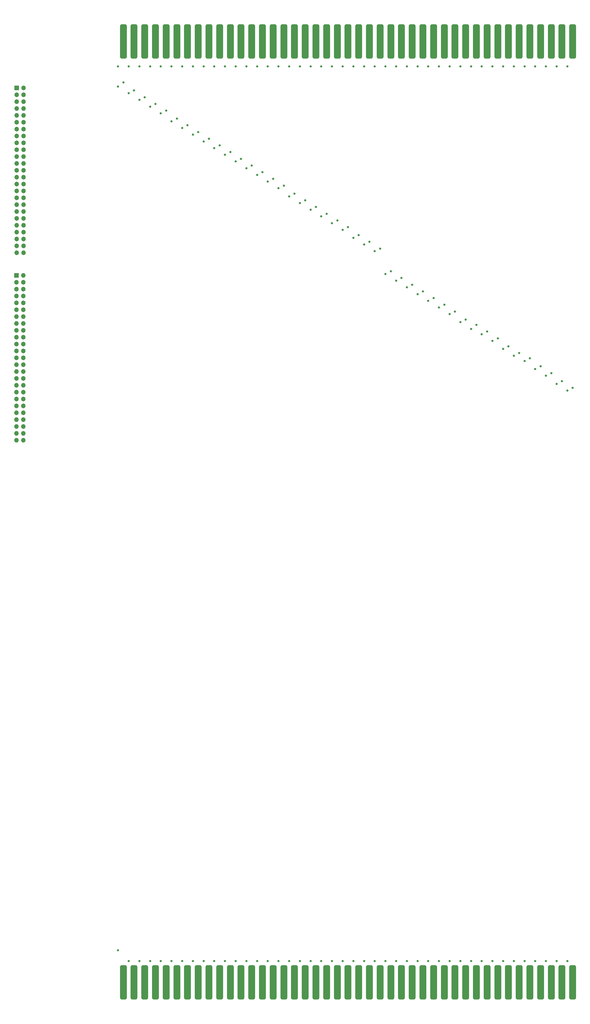
<source format=gbr>
%TF.GenerationSoftware,KiCad,Pcbnew,7.0.1*%
%TF.CreationDate,2024-03-03T21:16:02-05:00*%
%TF.ProjectId,SEM card breakout,53454d20-6361-4726-9420-627265616b6f,rev?*%
%TF.SameCoordinates,Original*%
%TF.FileFunction,Soldermask,Bot*%
%TF.FilePolarity,Negative*%
%FSLAX46Y46*%
G04 Gerber Fmt 4.6, Leading zero omitted, Abs format (unit mm)*
G04 Created by KiCad (PCBNEW 7.0.1) date 2024-03-03 21:16:02*
%MOMM*%
%LPD*%
G01*
G04 APERTURE LIST*
G04 Aperture macros list*
%AMRoundRect*
0 Rectangle with rounded corners*
0 $1 Rounding radius*
0 $2 $3 $4 $5 $6 $7 $8 $9 X,Y pos of 4 corners*
0 Add a 4 corners polygon primitive as box body*
4,1,4,$2,$3,$4,$5,$6,$7,$8,$9,$2,$3,0*
0 Add four circle primitives for the rounded corners*
1,1,$1+$1,$2,$3*
1,1,$1+$1,$4,$5*
1,1,$1+$1,$6,$7*
1,1,$1+$1,$8,$9*
0 Add four rect primitives between the rounded corners*
20,1,$1+$1,$2,$3,$4,$5,0*
20,1,$1+$1,$4,$5,$6,$7,0*
20,1,$1+$1,$6,$7,$8,$9,0*
20,1,$1+$1,$8,$9,$2,$3,0*%
G04 Aperture macros list end*
%ADD10RoundRect,0.635000X-0.635000X-5.715000X0.635000X-5.715000X0.635000X5.715000X-0.635000X5.715000X0*%
%ADD11R,1.700000X1.700000*%
%ADD12O,1.700000X1.700000*%
%ADD13C,0.800000*%
G04 APERTURE END LIST*
D10*
%TO.C,J1*%
X73879600Y-344728800D03*
X77842000Y-344728800D03*
X81804400Y-344728800D03*
X85766800Y-344728800D03*
X89729200Y-344728800D03*
X93691600Y-344728800D03*
X97654000Y-344728800D03*
X101616400Y-344728800D03*
X105578800Y-344728800D03*
X109541200Y-344728800D03*
X113503600Y-344728800D03*
X117466000Y-344728800D03*
X121428400Y-344728800D03*
X125390800Y-344728800D03*
X129353200Y-344728800D03*
X133315600Y-344728800D03*
X137278000Y-344728800D03*
X141240400Y-344728800D03*
X145202800Y-344728800D03*
X149165200Y-344728800D03*
X153127600Y-344728800D03*
X157090000Y-344728800D03*
X161052400Y-344728800D03*
X165014800Y-344728800D03*
X168977200Y-344728800D03*
X172939600Y-344728800D03*
X176902000Y-344728800D03*
X180864400Y-344728800D03*
X184826800Y-344728800D03*
X188789200Y-344728800D03*
X192751600Y-344728800D03*
X196714000Y-344728800D03*
X200676400Y-344728800D03*
X204638800Y-344728800D03*
X208601200Y-344728800D03*
X212563600Y-344728800D03*
X216526000Y-344728800D03*
X220488400Y-344728800D03*
X224450800Y-344728800D03*
X228413200Y-344728800D03*
X232375600Y-344728800D03*
X236338000Y-344728800D03*
X240300400Y-344728800D03*
%TD*%
D11*
%TO.C,J4*%
X34255600Y-83210400D03*
D12*
X36795600Y-83210400D03*
X34255600Y-85750400D03*
X36795600Y-85750400D03*
X34255600Y-88290400D03*
X36795600Y-88290400D03*
X34255600Y-90830400D03*
X36795600Y-90830400D03*
X34255600Y-93370400D03*
X36795600Y-93370400D03*
X34255600Y-95910400D03*
X36795600Y-95910400D03*
X34255600Y-98450400D03*
X36795600Y-98450400D03*
X34255600Y-100990400D03*
X36795600Y-100990400D03*
X34255600Y-103530400D03*
X36795600Y-103530400D03*
X34255600Y-106070400D03*
X36795600Y-106070400D03*
X34255600Y-108610400D03*
X36795600Y-108610400D03*
X34255600Y-111150400D03*
X36795600Y-111150400D03*
X34255600Y-113690400D03*
X36795600Y-113690400D03*
X34255600Y-116230400D03*
X36795600Y-116230400D03*
X34255600Y-118770400D03*
X36795600Y-118770400D03*
X34255600Y-121310400D03*
X36795600Y-121310400D03*
X34255600Y-123850400D03*
X36795600Y-123850400D03*
X34255600Y-126390400D03*
X36795600Y-126390400D03*
X34255600Y-128930400D03*
X36795600Y-128930400D03*
X34255600Y-131470400D03*
X36795600Y-131470400D03*
X34255600Y-134010400D03*
X36795600Y-134010400D03*
X34255600Y-136550400D03*
X36795600Y-136550400D03*
X34255600Y-139090400D03*
X36795600Y-139090400D03*
X34255600Y-141630400D03*
X36795600Y-141630400D03*
X34255600Y-144170400D03*
X36795600Y-144170400D03*
%TD*%
D11*
%TO.C,J3*%
X34421600Y-13868400D03*
D12*
X36961600Y-13868400D03*
X34421600Y-16408400D03*
X36961600Y-16408400D03*
X34421600Y-18948400D03*
X36961600Y-18948400D03*
X34421600Y-21488400D03*
X36961600Y-21488400D03*
X34421600Y-24028400D03*
X36961600Y-24028400D03*
X34421600Y-26568400D03*
X36961600Y-26568400D03*
X34421600Y-29108400D03*
X36961600Y-29108400D03*
X34421600Y-31648400D03*
X36961600Y-31648400D03*
X34421600Y-34188400D03*
X36961600Y-34188400D03*
X34421600Y-36728400D03*
X36961600Y-36728400D03*
X34421600Y-39268400D03*
X36961600Y-39268400D03*
X34421600Y-41808400D03*
X36961600Y-41808400D03*
X34421600Y-44348400D03*
X36961600Y-44348400D03*
X34421600Y-46888400D03*
X36961600Y-46888400D03*
X34421600Y-49428400D03*
X36961600Y-49428400D03*
X34421600Y-51968400D03*
X36961600Y-51968400D03*
X34421600Y-54508400D03*
X36961600Y-54508400D03*
X34421600Y-57048400D03*
X36961600Y-57048400D03*
X34421600Y-59588400D03*
X36961600Y-59588400D03*
X34421600Y-62128400D03*
X36961600Y-62128400D03*
X34421600Y-64668400D03*
X36961600Y-64668400D03*
X34421600Y-67208400D03*
X36961600Y-67208400D03*
X34421600Y-69748400D03*
X36961600Y-69748400D03*
X34421600Y-72288400D03*
X36961600Y-72288400D03*
X34421600Y-74828400D03*
X36961600Y-74828400D03*
%TD*%
D10*
%TO.C,J2*%
X73879600Y3251200D03*
X77842000Y3251200D03*
X81804400Y3251200D03*
X85766800Y3251200D03*
X89729200Y3251200D03*
X93691600Y3251200D03*
X97654000Y3251200D03*
X101616400Y3251200D03*
X105578800Y3251200D03*
X109541200Y3251200D03*
X113503600Y3251200D03*
X117466000Y3251200D03*
X121428400Y3251200D03*
X125390800Y3251200D03*
X129353200Y3251200D03*
X133315600Y3251200D03*
X137278000Y3251200D03*
X141240400Y3251200D03*
X145202800Y3251200D03*
X149165200Y3251200D03*
X153127600Y3251200D03*
X157090000Y3251200D03*
X161052400Y3251200D03*
X165014800Y3251200D03*
X168977200Y3251200D03*
X172939600Y3251200D03*
X176902000Y3251200D03*
X180864400Y3251200D03*
X184826800Y3251200D03*
X188789200Y3251200D03*
X192751600Y3251200D03*
X196714000Y3251200D03*
X200676400Y3251200D03*
X204638800Y3251200D03*
X208601200Y3251200D03*
X212563600Y3251200D03*
X216526000Y3251200D03*
X220488400Y3251200D03*
X224450800Y3251200D03*
X228413200Y3251200D03*
X232375600Y3251200D03*
X236338000Y3251200D03*
X240300400Y3251200D03*
%TD*%
D13*
X73879600Y-11887200D03*
X77842000Y-14859000D03*
X81804400Y-17335500D03*
X85766800Y-19812000D03*
X89729200Y-22288500D03*
X93691600Y-25260300D03*
X97654000Y-27736800D03*
X101616400Y-30213300D03*
X105578800Y-32689800D03*
X109541200Y-35166300D03*
X113503600Y-37642800D03*
X117466000Y-40119300D03*
X121428400Y-42595800D03*
X125390800Y-45072300D03*
X129353200Y-47548800D03*
X133315600Y-50025300D03*
X137278000Y-52997100D03*
X141240400Y-55473600D03*
X145202800Y-57950100D03*
X149165200Y-60426600D03*
X153127600Y-62903100D03*
X157090000Y-65379600D03*
X161052400Y-68351400D03*
X165014800Y-70827900D03*
X168977200Y-73304400D03*
X172939600Y-81724500D03*
X176902000Y-84201000D03*
X180864400Y-86677500D03*
X184826800Y-89154000D03*
X188789200Y-91630500D03*
X192751600Y-94107000D03*
X196714000Y-96583500D03*
X200676400Y-99555300D03*
X204638800Y-101536500D03*
X208601200Y-104013000D03*
X212563600Y-106489500D03*
X216526000Y-109461300D03*
X220488400Y-111937800D03*
X224450800Y-113919000D03*
X228413200Y-116890800D03*
X232375600Y-119367300D03*
X236338000Y-122339100D03*
X240300400Y-124815600D03*
X71898400Y-13373100D03*
X71898400Y-332841600D03*
X71898400Y-5943600D03*
X75860800Y-5943600D03*
X75860800Y-15849600D03*
X75860800Y-336804000D03*
X79823200Y-18326100D03*
X79823200Y-336804000D03*
X79823200Y-5943600D03*
X83785600Y-5943600D03*
X83785600Y-20802600D03*
X83785600Y-336804000D03*
X87748000Y-23279100D03*
X87748000Y-5943600D03*
X87748000Y-336804000D03*
X91710400Y-5943600D03*
X91710400Y-26250900D03*
X91710400Y-336804000D03*
X95672800Y-28727400D03*
X95672800Y-336804000D03*
X95672800Y-5943600D03*
X99635200Y-5943600D03*
X99635200Y-336804000D03*
X99635200Y-31203900D03*
X103597600Y-336804000D03*
X103597600Y-5943600D03*
X103597600Y-33680400D03*
X107560000Y-5943600D03*
X107560000Y-336804000D03*
X107560000Y-36156900D03*
X111522400Y-336804000D03*
X111522400Y-5943600D03*
X111522400Y-38633400D03*
X115484800Y-336804000D03*
X115484800Y-5943600D03*
X115484800Y-41109900D03*
X119447200Y-336804000D03*
X119447200Y-5943600D03*
X119447200Y-43586400D03*
X123409600Y-46062900D03*
X123409600Y-336804000D03*
X123409600Y-5943600D03*
X127372000Y-5943600D03*
X127372000Y-336804000D03*
X127372000Y-48539400D03*
X131334400Y-5943600D03*
X131334400Y-51015900D03*
X131334400Y-336804000D03*
X135296800Y-53987700D03*
X135296800Y-5943600D03*
X135296800Y-336804000D03*
X139259200Y-56464200D03*
X139259200Y-336804000D03*
X139259200Y-5943600D03*
X143221600Y-5943600D03*
X143221600Y-336804000D03*
X143221600Y-58940700D03*
X147184000Y-61417200D03*
X147184000Y-5943600D03*
X147184000Y-336804000D03*
X151146400Y-63893700D03*
X151146400Y-5943600D03*
X151146400Y-336804000D03*
X155108800Y-66370200D03*
X155108800Y-336804000D03*
X155108800Y-5943600D03*
X159071200Y-336804000D03*
X159071200Y-5943600D03*
X159071200Y-69342000D03*
X163033600Y-71818500D03*
X163033600Y-5943600D03*
X163033600Y-336804000D03*
X166996000Y-74295000D03*
X166996000Y-5943600D03*
X166996000Y-336804000D03*
X170958400Y-82715100D03*
X170958400Y-336804000D03*
X170958400Y-5943600D03*
X174920800Y-5943600D03*
X174920800Y-336804000D03*
X174920800Y-85191600D03*
X178883200Y-87668100D03*
X178883200Y-5943600D03*
X178883200Y-336804000D03*
X182845600Y-90144600D03*
X182845600Y-5943600D03*
X182845600Y-336804000D03*
X186808000Y-5943600D03*
X186808000Y-92621100D03*
X186808000Y-336804000D03*
X190770400Y-5943600D03*
X190770400Y-336804000D03*
X190770400Y-95097600D03*
X194732800Y-336804000D03*
X194732800Y-5943600D03*
X194732800Y-97574100D03*
X198695200Y-5943600D03*
X198695200Y-336804000D03*
X198695200Y-100545900D03*
X202657600Y-103022400D03*
X202657600Y-5943600D03*
X202657600Y-336804000D03*
X206620000Y-5943600D03*
X206620000Y-336804000D03*
X206620000Y-105003600D03*
X210582400Y-5943600D03*
X210582400Y-336804000D03*
X210582400Y-107480100D03*
X214544800Y-336804000D03*
X214544800Y-5943600D03*
X214544800Y-110451900D03*
X218507200Y-112928400D03*
X218507200Y-5943600D03*
X218507200Y-336804000D03*
X222469600Y-114909600D03*
X222469600Y-336804000D03*
X222469600Y-5943600D03*
X226432000Y-5943600D03*
X226432000Y-117881400D03*
X226432000Y-336804000D03*
X230394400Y-120357900D03*
X230394400Y-5943600D03*
X230394400Y-336804000D03*
X234356800Y-336804000D03*
X234356800Y-123329700D03*
X234356800Y-5943600D03*
X238319200Y-125806200D03*
X238319200Y-5943600D03*
X238319200Y-336804000D03*
M02*

</source>
